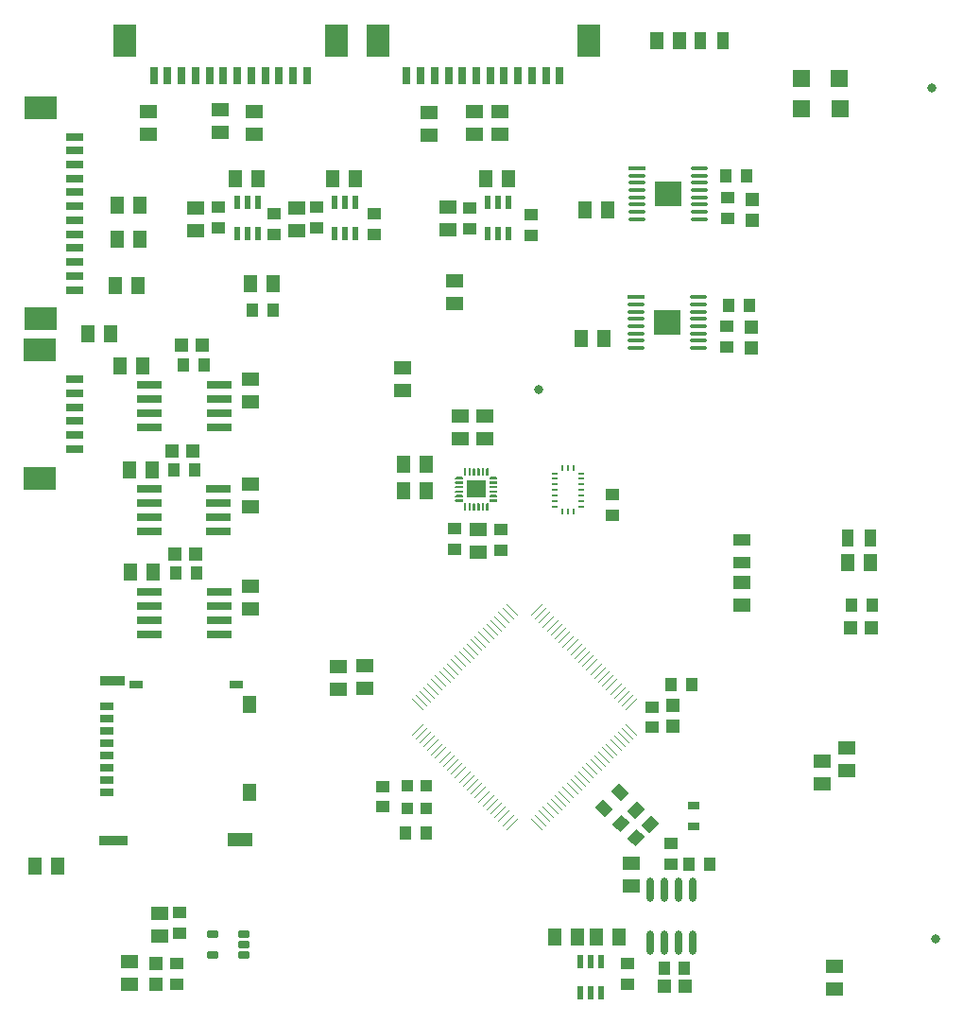
<source format=gtp>
%FSTAX23Y23*%
%MOIN*%
%SFA1B1*%

%IPPOS*%
%AMD31*
4,1,4,-0.004200,0.031900,-0.031900,0.004200,0.004200,-0.031900,0.031900,-0.004200,-0.004200,0.031900,0.0*
%
%AMD32*
4,1,4,-0.031200,-0.002700,-0.001600,-0.031300,0.031200,0.002700,0.001600,0.031300,-0.031200,-0.002700,0.0*
%
%AMD33*
4,1,4,-0.031300,-0.002100,-0.002100,-0.031300,0.031300,0.002100,0.002100,0.031300,-0.031300,-0.002100,0.0*
%
%AMD47*
4,1,8,0.019700,-0.009800,0.019700,0.009800,0.017700,0.011800,-0.017700,0.011800,-0.019700,0.009800,-0.019700,-0.009800,-0.017700,-0.011800,0.017700,-0.011800,0.019700,-0.009800,0.0*
1,1,0.004020,0.017700,-0.009800*
1,1,0.004020,0.017700,0.009800*
1,1,0.004020,-0.017700,0.009800*
1,1,0.004020,-0.017700,-0.009800*
%
%AMD82*
4,1,4,0.018800,-0.021500,0.021500,-0.018800,-0.018800,0.021500,-0.021500,0.018800,0.018800,-0.021500,0.0*
1,1,0.003810,0.020200,-0.020200*
1,1,0.003810,-0.020200,0.020200*
%
%AMD83*
4,1,4,-0.021500,-0.018800,-0.018800,-0.021500,0.021500,0.018800,0.018800,0.021500,-0.021500,-0.018800,0.0*
1,1,0.003810,-0.020200,-0.020200*
1,1,0.003810,0.020200,0.020200*
%
%ADD12C,0.032000*%
%ADD13R,0.047240X0.060000*%
%ADD14R,0.047240X0.041340*%
%ADD15R,0.020000X0.050000*%
%ADD16R,0.060000X0.060000*%
%ADD17R,0.062990X0.031500*%
%ADD18R,0.118110X0.078740*%
%ADD19R,0.048820X0.031500*%
%ADD20R,0.047240X0.031500*%
%ADD21R,0.086610X0.045280*%
%ADD22R,0.045280X0.059060*%
%ADD23R,0.086610X0.037400*%
%ADD24R,0.098430X0.037400*%
%ADD25R,0.040000X0.060000*%
%ADD26R,0.041340X0.047240*%
%ADD27R,0.047240X0.047240*%
%ADD28R,0.060000X0.040000*%
%ADD29R,0.060000X0.047240*%
%ADD30R,0.047240X0.047240*%
G04~CAMADD=31~9~0.0~0.0~393.7~511.8~0.0~0.0~0~0.0~0.0~0.0~0.0~0~0.0~0.0~0.0~0.0~0~0.0~0.0~0.0~45.0~638.0~637.0*
%ADD31D31*%
G04~CAMADD=32~9~0.0~0.0~413.4~472.4~0.0~0.0~0~0.0~0.0~0.0~0.0~0~0.0~0.0~0.0~0.0~0~0.0~0.0~0.0~136.0~624.0~625.0*
%ADD32D32*%
G04~CAMADD=33~9~0.0~0.0~413.4~472.4~0.0~0.0~0~0.0~0.0~0.0~0.0~0~0.0~0.0~0.0~0.0~0~0.0~0.0~0.0~135.0~626.0~625.0*
%ADD33D33*%
%ADD34O,0.023620X0.086610*%
%ADD35R,0.041340X0.031500*%
%ADD36R,0.019690X0.009840*%
%ADD37R,0.009840X0.019690*%
%ADD38R,0.039370X0.039370*%
%ADD39R,0.031500X0.062990*%
%ADD40R,0.078740X0.118110*%
%ADD41R,0.086610X0.027560*%
%ADD42R,0.096850X0.090950*%
%ADD43O,0.062990X0.013780*%
%ADD44R,0.062990X0.013780*%
G04~CAMADD=47~8~0.0~0.0~236.2~393.7~20.1~0.0~15~0.0~0.0~0.0~0.0~0~0.0~0.0~0.0~0.0~0~0.0~0.0~0.0~270.0~394.0~237.0*
%ADD47D47*%
%ADD48R,0.068900X0.062990*%
G04~CAMADD=82~3~0.0~0.0~38.1~609.0~0.0~0.0~0~0.0~0.0~0.0~0.0~0~0.0~0.0~0.0~0.0~0~0.0~0.0~0.0~225.0~440.0~440.0*
%ADD82D82*%
G04~CAMADD=83~3~0.0~0.0~38.1~609.0~0.0~0.0~0~0.0~0.0~0.0~0.0~0~0.0~0.0~0.0~0.0~0~0.0~0.0~0.0~135.0~440.0~440.0*
%ADD83D83*%
%LNpcb_obdh-1*%
%LPD*%
G36*
X04216Y05017D02*
X04217Y05014D01*
X04216Y05011*
X04213Y0501*
X04193*
X0419Y05011*
X04189Y05014*
X0419Y05017*
X04193Y05019*
X04213*
X04216Y05017*
G37*
G36*
X04338Y05002D02*
X04339Y04999D01*
X04338Y04996*
X04335Y04994*
X04315*
X04312Y04996*
X04311Y04999*
X04312Y05002*
X04315Y05003*
X04335*
X04338Y05002*
G37*
G36*
X04216D02*
X04217Y04999D01*
X04216Y04996*
X04213Y04994*
X04193*
X0419Y04996*
X04189Y04999*
X0419Y05002*
X04193Y05003*
X04213*
X04216Y05002*
G37*
G36*
X04338Y05033D02*
X04339Y0503D01*
X04338Y05027*
X04335Y05026*
X04315*
X04312Y05027*
X04311Y0503*
X04312Y05033*
X04315Y05034*
X04335*
X04338Y05033*
G37*
G36*
X04216D02*
X04217Y0503D01*
X04216Y05027*
X04213Y05026*
X04193*
X0419Y05027*
X04189Y0503*
X0419Y05033*
X04193Y05034*
X04213*
X04216Y05033*
G37*
G36*
X04338Y05017D02*
X04339Y05014D01*
X04338Y05011*
X04335Y0501*
X04315*
X04312Y05011*
X04311Y05014*
X04312Y05017*
X04315Y05019*
X04335*
X04338Y05017*
G37*
G36*
X04259Y0499D02*
X0426Y04987D01*
Y04967*
X04259Y04964*
X04256Y04963*
X04253Y04964*
X04252Y04967*
Y04987*
X04253Y0499*
X04256Y04991*
X04259Y0499*
G37*
G36*
X04243D02*
X04245Y04987D01*
Y04967*
X04243Y04964*
X0424Y04963*
X04237Y04964*
X04236Y04967*
Y04987*
X04237Y0499*
X0424Y04991*
X04243Y0499*
G37*
G36*
X04228D02*
X04229Y04987D01*
Y04967*
X04228Y04964*
X04225Y04963*
X04222Y04964*
X0422Y04967*
Y04987*
X04222Y0499*
X04225Y04991*
X04228Y0499*
G37*
G36*
X04306D02*
X04308Y04987D01*
Y04967*
X04306Y04964*
X04303Y04963*
X043Y04964*
X04299Y04967*
Y04987*
X043Y0499*
X04303Y04991*
X04306Y0499*
G37*
G36*
X04291D02*
X04292Y04987D01*
Y04967*
X04291Y04964*
X04288Y04963*
X04285Y04964*
X04283Y04967*
Y04987*
X04285Y0499*
X04288Y04991*
X04291Y0499*
G37*
G36*
X04275D02*
X04276Y04987D01*
Y04967*
X04275Y04964*
X04272Y04963*
X04269Y04964*
X04268Y04967*
Y04987*
X04269Y0499*
X04272Y04991*
X04275Y0499*
G37*
G36*
X04259Y05112D02*
X0426Y05109D01*
Y05089*
X04259Y05086*
X04256Y05085*
X04253Y05086*
X04252Y05089*
Y05109*
X04253Y05112*
X04256Y05113*
X04259Y05112*
G37*
G36*
X04243D02*
X04245Y05109D01*
Y05089*
X04243Y05086*
X0424Y05085*
X04237Y05086*
X04236Y05089*
Y05109*
X04237Y05112*
X0424Y05113*
X04243Y05112*
G37*
G36*
X04228D02*
X04229Y05109D01*
Y05089*
X04228Y05086*
X04225Y05085*
X04222Y05086*
X0422Y05089*
Y05109*
X04222Y05112*
X04225Y05113*
X04228Y05112*
G37*
G36*
X04306D02*
X04308Y05109D01*
Y05089*
X04306Y05086*
X04303Y05085*
X043Y05086*
X04299Y05089*
Y05109*
X043Y05112*
X04303Y05113*
X04306Y05112*
G37*
G36*
X04291D02*
X04292Y05109D01*
Y05089*
X04291Y05086*
X04288Y05085*
X04285Y05086*
X04283Y05089*
Y05109*
X04285Y05112*
X04288Y05113*
X04291Y05112*
G37*
G36*
X04275D02*
X04276Y05109D01*
Y05089*
X04275Y05086*
X04272Y05085*
X04269Y05086*
X04268Y05089*
Y05109*
X04269Y05112*
X04272Y05113*
X04275Y05112*
G37*
G36*
X04216Y05065D02*
X04217Y05062D01*
X04216Y05059*
X04213Y05057*
X04193*
X0419Y05059*
X04189Y05062*
X0419Y05065*
X04193Y05066*
X04213*
X04216Y05065*
G37*
G36*
X04338Y05049D02*
X04339Y05046D01*
X04338Y05043*
X04335Y05042*
X04315*
X04312Y05043*
X04311Y05046*
X04312Y05049*
X04315Y0505*
X04335*
X04338Y05049*
G37*
G36*
X04216D02*
X04217Y05046D01*
X04216Y05043*
X04213Y05042*
X04193*
X0419Y05043*
X04189Y05046*
X0419Y05049*
X04193Y0505*
X04213*
X04216Y05049*
G37*
G36*
X04338Y0508D02*
X04339Y05077D01*
X04338Y05074*
X04335Y05073*
X04315*
X04312Y05074*
X04311Y05077*
X04312Y0508*
X04315Y05082*
X04335*
X04338Y0508*
G37*
G36*
X04216D02*
X04217Y05077D01*
X04216Y05074*
X04213Y05073*
X04193*
X0419Y05074*
X04189Y05077*
X0419Y0508*
X04193Y05082*
X04213*
X04216Y0508*
G37*
G36*
X04338Y05065D02*
X04339Y05062D01*
X04338Y05059*
X04335Y05057*
X04315*
X04312Y05059*
X04311Y05062*
X04312Y05065*
X04315Y05066*
X04335*
X04338Y05065*
G37*
G54D12*
X05872Y06454D03*
X05883Y03454D03*
X04485Y05389D03*
G54D13*
X04541Y03458D03*
X04621D03*
X04688Y03459D03*
X04768D03*
X02709Y03709D03*
X02789D03*
X05574Y04778D03*
X05654D03*
X04715Y0557D03*
X04635D03*
X04726Y06022D03*
X04646D03*
X04008Y05034D03*
X04088D03*
X04297Y06134D03*
X04377D03*
X04008Y05126D03*
X04088D03*
X03758Y06133D03*
X03838D03*
X03413Y06132D03*
X03493D03*
X03077Y0604D03*
X02997D03*
Y05919D03*
X03077D03*
X03071Y05757D03*
X02991D03*
X02895Y05585D03*
X02975D03*
X049Y0662D03*
X0498D03*
X03467Y05762D03*
X03547D03*
X03044Y04746D03*
X03124D03*
X03042Y05106D03*
X03122D03*
X03009Y05472D03*
X03089D03*
G54D14*
X04798Y03367D03*
Y03294D03*
X05148Y05614D03*
Y05541D03*
X05151Y06065D03*
Y05992D03*
X04883Y04199D03*
Y04271D03*
X0495Y03715D03*
Y03788D03*
X04242Y0603D03*
Y05957D03*
X03218Y03546D03*
Y03473D03*
X04188Y04899D03*
Y04826D03*
X03701Y06032D03*
Y05959D03*
X03934Y03991D03*
Y03919D03*
X03354Y06032D03*
Y05959D03*
X0435Y04895D03*
Y04822D03*
X03207Y03365D03*
Y03292D03*
X04745Y04946D03*
Y05019D03*
X04459Y05934D03*
Y06007D03*
X03905Y05936D03*
Y06008D03*
X03552Y05936D03*
Y06009D03*
G54D15*
X04668Y03264D03*
X0463Y03374D03*
X04705D03*
X04668D03*
X04705Y03264D03*
X0463D03*
X0342Y05939D03*
X03495D03*
X03457Y06049D03*
X03495D03*
X0342D03*
X03457Y05939D03*
X03763D03*
X03838D03*
X03801Y06049D03*
X03838D03*
X03763D03*
X03801Y05939D03*
X04303Y0594D03*
X04378D03*
X04341Y0605D03*
X04378D03*
X04303D03*
X04341Y0594D03*
G54D16*
X05545Y06486D03*
X0541D03*
X05547Y0638D03*
X05412D03*
G54D17*
X02848Y05789D03*
Y0574D03*
Y06232D03*
Y06134D03*
Y06035D03*
Y05937D03*
Y05838D03*
Y06281D03*
Y06183D03*
Y06085D03*
Y05986D03*
Y05888D03*
X02846Y05229D03*
Y05327D03*
Y05426D03*
Y0518D03*
Y05278D03*
Y05377D03*
G54D18*
X02726Y05638D03*
Y06384D03*
X02724Y05528D03*
Y05077D03*
G54D19*
X03064Y04349D03*
X02961Y04142D03*
Y04186D03*
Y04229D03*
Y04272D03*
Y04099D03*
Y04056D03*
Y04012D03*
Y03969D03*
G54D20*
X03419Y04349D03*
G54D21*
X03432Y03802D03*
G54D22*
X03463Y04278D03*
Y03971D03*
G54D23*
X0298Y04364D03*
G54D24*
X02985Y03798D03*
G54D25*
X05573Y04866D03*
X05653D03*
X05133Y06621D03*
X05053D03*
G54D26*
X05588Y04631D03*
X05661D03*
X05145Y06142D03*
X05218D03*
X05025Y04348D03*
X04952D03*
X05015Y03715D03*
X05088D03*
X04926Y03351D03*
X04999D03*
X03276Y04742D03*
X03203D03*
X03304Y05477D03*
X03231D03*
X03272Y05105D03*
X03199D03*
X04087Y03827D03*
X04015D03*
X03546Y05668D03*
X03473D03*
X05154Y05687D03*
X05226D03*
G54D27*
X05658Y04551D03*
X05585D03*
X05002Y03285D03*
X04929D03*
X03192Y05174D03*
X03265D03*
X032Y04808D03*
X03274D03*
X03223Y05545D03*
X03296D03*
G54D28*
X05201Y04861D03*
Y04781D03*
G54D29*
X05201Y04709D03*
Y04629D03*
X0557Y04047D03*
Y04127D03*
X05484Y04D03*
Y0408D03*
X04811Y03641D03*
Y03721D03*
X05526Y03356D03*
Y03276D03*
X03148Y03463D03*
Y03543D03*
X03466Y05426D03*
Y05346D03*
Y04695D03*
Y04615D03*
Y05055D03*
Y04975D03*
X0336Y06376D03*
Y06296D03*
X04271Y04817D03*
Y04897D03*
X04258Y06371D03*
Y06291D03*
X04165Y06032D03*
Y05952D03*
X0363Y06031D03*
Y05951D03*
X03274Y06031D03*
Y05951D03*
X03109Y0629D03*
Y0637D03*
X03481Y0629D03*
Y0637D03*
X04098Y06287D03*
Y06367D03*
X04347Y0629D03*
Y0637D03*
X04186Y05693D03*
Y05773D03*
X04003Y05465D03*
Y05385D03*
X03777Y04334D03*
Y04414D03*
X0387Y04337D03*
Y04417D03*
X03042Y03292D03*
Y03372D03*
X04295Y05295D03*
Y05215D03*
X04209Y05296D03*
Y05216D03*
G54D30*
X05234Y05535D03*
Y05608D03*
X04959Y04277D03*
Y04204D03*
X05237Y05986D03*
Y06059D03*
X03135Y03293D03*
Y03366D03*
G54D31*
X04771Y03968D03*
X04715Y03912D03*
G54D32*
X04827Y0381D03*
X04774Y03861D03*
G54D33*
X04878Y03855D03*
X04827Y03907D03*
G54D34*
X04876Y03438D03*
X04926D03*
X04976D03*
X05026D03*
X04876Y03627D03*
X04926D03*
X04976D03*
X05026D03*
G54D35*
X0503Y03922D03*
Y03849D03*
G54D36*
X04635Y05016D03*
Y04996D03*
Y05075D03*
Y05055D03*
Y05035D03*
Y05094D03*
Y04976D03*
X0454D03*
Y05094D03*
Y05035D03*
Y05055D03*
Y05075D03*
Y04996D03*
Y05016D03*
G54D37*
X04587Y05112D03*
X04568D03*
X04607D03*
Y04958D03*
X04568D03*
X04587D03*
G54D38*
X04022Y03913D03*
X04089Y03992D03*
Y03913D03*
X0402Y03992D03*
G54D39*
X03175Y06497D03*
X03126D03*
X03618D03*
X0352D03*
X03421D03*
X03323D03*
X03224D03*
X03667D03*
X03569D03*
X0347D03*
X03372D03*
X03274D03*
X04067D03*
X04018D03*
X0451D03*
X04412D03*
X04313D03*
X04215D03*
X04116D03*
X04559D03*
X04461D03*
X04362D03*
X04264D03*
X04166D03*
G54D40*
X03024Y06619D03*
X0377D03*
X03916D03*
X04662D03*
G54D41*
X03354Y04888D03*
Y04938D03*
Y04988D03*
Y05038D03*
X0311Y04888D03*
Y04938D03*
Y04988D03*
Y05038D03*
X03356Y05257D03*
Y05307D03*
Y05357D03*
Y05407D03*
X03111Y05257D03*
Y05307D03*
Y05357D03*
Y05407D03*
X03356Y04525D03*
Y04575D03*
Y04625D03*
Y04675D03*
X03111Y04525D03*
Y04575D03*
Y04625D03*
Y04675D03*
G54D42*
X0494Y0608D03*
X04937Y05625D03*
G54D43*
X05051Y05991D03*
Y06016D03*
Y06042D03*
Y06067D03*
Y06093D03*
Y06119D03*
Y06144D03*
Y0617D03*
X0483Y05991D03*
Y06016D03*
Y06042D03*
Y06067D03*
Y06093D03*
Y06119D03*
Y06144D03*
X05048Y05536D03*
Y05562D03*
Y05587D03*
Y05613D03*
Y05638D03*
Y05664D03*
Y05689D03*
Y05715D03*
X04827Y05536D03*
Y05562D03*
Y05587D03*
Y05613D03*
Y05638D03*
Y05664D03*
Y05689D03*
G54D44*
X0483Y0617D03*
X04827Y05715D03*
G54D47*
X03443Y03396D03*
Y03433D03*
Y0347D03*
X03335D03*
Y03396D03*
G54D48*
X04264Y05038D03*
G54D82*
X04478Y03857D03*
X04492Y03871D03*
X04505Y03885D03*
X04519Y03899D03*
X04533Y03913D03*
X04547Y03927D03*
X04561Y03941D03*
X04575Y03954D03*
X04589Y03968D03*
X04603Y03982D03*
X04617Y03996D03*
X04631Y0401D03*
X04645Y04024D03*
X04659Y04038D03*
X04672Y04052D03*
X04686Y04066D03*
X047Y0408D03*
X04714Y04094D03*
X04728Y04108D03*
X04742Y04121D03*
X04756Y04135D03*
X0477Y04149D03*
X04784Y04163D03*
X04798Y04177D03*
X04812Y04191D03*
X0439Y04613D03*
X04376Y04599D03*
X04362Y04585D03*
X04348Y04571D03*
X04334Y04557D03*
X0432Y04543D03*
X04306Y04529D03*
X04292Y04515D03*
X04279Y04501D03*
X04265Y04488D03*
X04251Y04474D03*
X04237Y0446D03*
X04223Y04446D03*
X04209Y04432D03*
X04195Y04418D03*
X04181Y04404D03*
X04167Y0439D03*
X04153Y04376D03*
X04139Y04362D03*
X04125Y04348D03*
X04112Y04334D03*
X04098Y04321D03*
X04084Y04307D03*
X0407Y04293D03*
X04056Y04279D03*
G54D83*
X04812Y04279D03*
X04798Y04293D03*
X04784Y04307D03*
X0477Y04321D03*
X04756Y04334D03*
X04742Y04348D03*
X04728Y04362D03*
X04714Y04376D03*
X047Y0439D03*
X04686Y04404D03*
X04672Y04418D03*
X04659Y04432D03*
X04645Y04446D03*
X04631Y0446D03*
X04617Y04474D03*
X04603Y04488D03*
X04589Y04501D03*
X04575Y04515D03*
X04561Y04529D03*
X04547Y04543D03*
X04533Y04557D03*
X04519Y04571D03*
X04505Y04585D03*
X04492Y04599D03*
X04478Y04613D03*
X04056Y04191D03*
X0407Y04177D03*
X04084Y04163D03*
X04098Y04149D03*
X04112Y04135D03*
X04125Y04121D03*
X04139Y04108D03*
X04153Y04094D03*
X04167Y0408D03*
X04181Y04066D03*
X04195Y04052D03*
X04209Y04038D03*
X04223Y04024D03*
X04237Y0401D03*
X04251Y03996D03*
X04265Y03982D03*
X04279Y03968D03*
X04292Y03954D03*
X04306Y03941D03*
X0432Y03927D03*
X04334Y03913D03*
X04348Y03899D03*
X04362Y03885D03*
X04376Y03871D03*
X0439Y03857D03*
M02*
</source>
